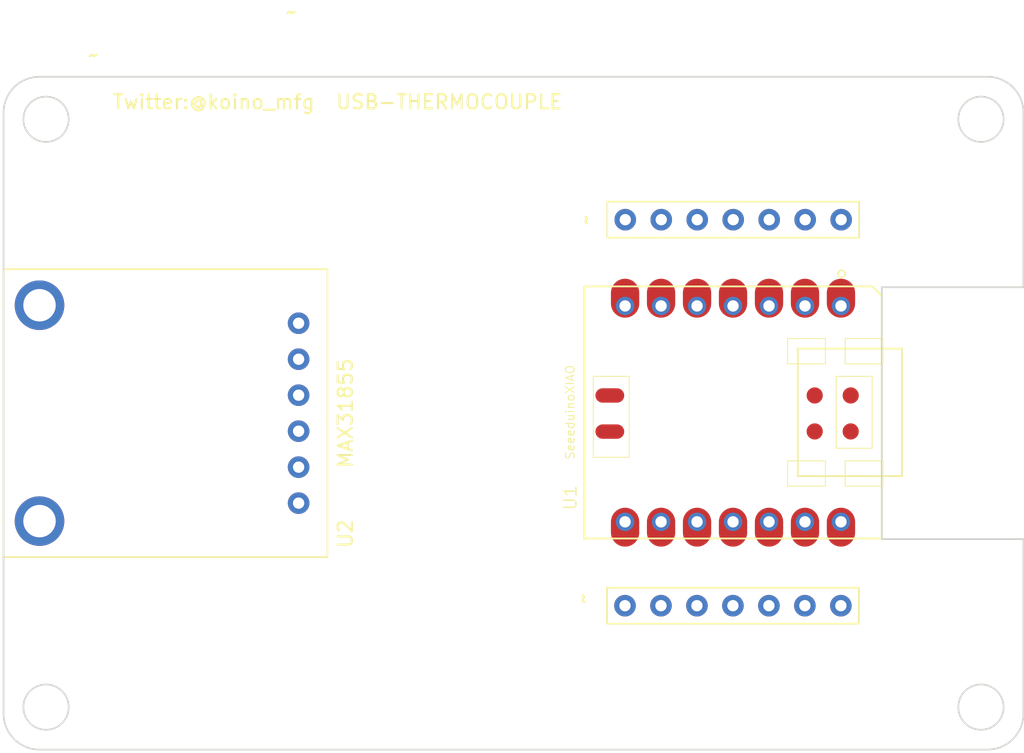
<source format=kicad_pcb>
(kicad_pcb (version 20211014) (generator pcbnew)
  (layers (0 "F.Cu" signal) (31 "B.Cu" signal) (34 "B.Paste" user) (35 "F.Paste" user) (36 "B.SilkS" user "B.Silkscreen") (37 "F.SilkS" user "F.Silkscreen") (38 "B.Mask" user) (39 "F.Mask" user) (44 "Edge.Cuts" user))
  (net 0 "")
  (net 1 "GND")
  (net 2 "Net-(U1-Pad4)")
  (net 3 "Net-(U1-Pad5)")
  (net 4 "Net-(U1-Pad6)")
  (net 5 "Net-(U1-Pad2)")
  (net 6 "Net-(U1-Pad7)")
  (net 7 "Net-(U1-Pad3)")
  (net 8 "Net-(U1-Pad1)")
  (net 15 "Net-(U1-Pad8)")
  (net 16 "Net-(U1-Pad9)")
  (net 17 "Net-(U1-Pad10)")
  (net 18 "Net-(U1-Pad11)")
  (net 19 "Net-(U1-Pad12)")
  (net 20 "Net-(U1-Pad14)")
  (footprint "KICAD_MYLIB:signature_koino" (layer "F.Cu") (at 17.78 -48.26)
    (fp_text reference "~" (at 2.54 -3.81) (layer "F.SilkS"))
    (fp_text value "signature_koino")
    (fp_text user "Twitter:@koino_mfg  USB-THERMOCOUPLE" (at -10.16 2.54) (layer "F.SilkS") (effects (justify left)))
  )
  (footprint "KICAD_MYLIB:PinHeader_XIAO" (layer "F.Cu") (at 60.4 -36.14 90)
    (fp_text reference "~" (at 1.27 -19.292 90) (layer "F.SilkS"))
    (fp_text value "~")
    (fp_line (start 0 0) (end 2.54 0) (layer "F.SilkS") (width 0.12))
    (fp_line (start 2.54 0) (end 2.54 -17.78) (layer "F.SilkS") (width 0.12))
    (fp_line (start 2.54 -17.78) (end 0 -17.78) (layer "F.SilkS") (width 0.12))
    (fp_line (start 0 -17.78) (end 0 0) (layer "F.SilkS") (width 0.12))
    (pad "1" thru_hole circle locked (at 1.27 -1.27 90) (size 1.524 1.524) (drill 0.8) (layers *.Cu *.Mask) (net 8 "Net-(U1-Pad1)"))
    (pad "2" thru_hole circle locked (at 1.27 -3.81 90) (size 1.524 1.524) (drill 0.8) (layers *.Cu *.Mask) (net 5 "Net-(U1-Pad2)"))
    (pad "3" thru_hole circle locked (at 1.27 -6.35 90) (size 1.524 1.524) (drill 0.8) (layers *.Cu *.Mask) (net 7 "Net-(U1-Pad3)"))
    (pad "4" thru_hole circle locked (at 1.27 -8.89 90) (size 1.524 1.524) (drill 0.8) (layers *.Cu *.Mask) (net 2 "Net-(U1-Pad4)"))
    (pad "5" thru_hole circle locked (at 1.27 -11.43 90) (size 1.524 1.524) (drill 0.8) (layers *.Cu *.Mask) (net 3 "Net-(U1-Pad5)"))
    (pad "6" thru_hole circle locked (at 1.27 -13.97 90) (size 1.524 1.524) (drill 0.8) (layers *.Cu *.Mask) (net 4 "Net-(U1-Pad6)"))
    (pad "7" thru_hole circle locked (at 1.27 -16.51 90) (size 1.524 1.524) (drill 0.8) (layers *.Cu *.Mask) (net 6 "Net-(U1-Pad7)"))
  )
  (footprint "KICAD_MYLIB:akizuki_C_plate" (layer "F.Cu") (at 0 0)
    (fp_text reference "~" (at 6.35 -49.03) (layer "F.SilkS"))
    (fp_text value "akizuki_C_plate")
    (fp_line (start 72 -32.64) (end 72 -44.96) (layer "Edge.Cuts") (width 0.12))
    (fp_line (start 62 -32.64) (end 72 -32.64) (layer "Edge.Cuts") (width 0.12))
    (fp_line (start 62 -14.86) (end 72 -14.86) (layer "Edge.Cuts") (width 0.12))
    (fp_line (start 2.54 0) (end 69.46 0) (layer "Edge.Cuts") (width 0.12))
    (fp_line (start 0 -2.54) (end 0 -44.96) (layer "Edge.Cuts") (width 0.12))
    (fp_line (start 72 -2.54) (end 72 -14.86) (layer "Edge.Cuts") (width 0.12))
    (fp_line (start 2.54 -47.5) (end 69.46 -47.5) (layer "Edge.Cuts") (width 0.12))
    (fp_line (start 62 -32.64) (end 62 -14.86) (layer "Edge.Cuts") (width 0.12))
    (fp_arc (start 72 -2.54) (mid 71.256051 -0.743949) (end 69.46 0) (layer "Edge.Cuts") (width 0.12))
    (fp_arc (start 69.46 -47.5) (mid 71.256051 -46.756051) (end 72 -44.96) (layer "Edge.Cuts") (width 0.12))
    (fp_arc (start 0 -44.96) (mid 0.743949 -46.756051) (end 2.54 -47.5) (layer "Edge.Cuts") (width 0.12))
    (fp_arc (start 2.54 0) (mid 0.743949 -0.743949) (end 0 -2.54) (layer "Edge.Cuts") (width 0.12))
    (fp_circle (center 3 -44.5) (end 4.6 -44.5) (layer "Edge.Cuts") (width 0.12) (fill none))
    (fp_circle (center 69 -44.5) (end 70.6 -44.5) (layer "Edge.Cuts") (width 0.12) (fill none))
    (fp_circle (center 3 -3) (end 4.6 -3) (layer "Edge.Cuts") (width 0.12) (fill none))
    (fp_circle (center 69 -3) (end 70.6 -3) (layer "Edge.Cuts") (width 0.12) (fill none))
  )
  (footprint "KICAD_MYLIB:SeeedXIAO" (layer "F.Cu") (at 41 -32.7 -90)
    (fp_text reference "U1" (at 14.92 1 -90) (layer "F.SilkS") (effects (font (size 0.889 0.889) (thickness 0.1016))))
    (fp_text value "SeeeduinoXIAO" (at 8.89 1 -90) (layer "F.SilkS") (effects (font (size 0.6096 0.6096) (thickness 0.0762))))
    (fp_line (start 3.683 -14.34846) (end 3.683 -17.018) (layer "F.SilkS") (width 0.06604))
    (fp_line (start 4.39928 -22.42312) (end 13.39342 -22.42312) (layer "F.SilkS") (width 0.127))
    (fp_line (start 13.39342 -15.06982) (end 4.3942 -15.06982) (layer "F.SilkS") (width 0.127))
    (fp_line (start 12.319 -21.082) (end 14.097 -21.082) (layer "F.SilkS") (width 0.06604))
    (fp_line (start 6.35 -3.175) (end 12.065 -3.175) (layer "F.SilkS") (width 0.06604))
    (fp_line (start 11.43 -17.78) (end 11.43 -20.32) (layer "F.SilkS") (width 0.06604))
    (fp_line (start 17.79778 0) (end 17.79778 -20.99818) (layer "F.SilkS") (width 0.127))
    (fp_line (start 6.35 -17.78) (end 6.35 -20.32) (layer "F.SilkS") (width 0.06604))
    (fp_line (start 3.683 -14.34846) (end 5.461 -14.34846) (layer "F.SilkS") (width 0.06604))
    (fp_line (start 0.67056 -20.99818) (end 0 -20.32762) (layer "F.SilkS") (width 0.127))
    (fp_line (start 6.35 -17.78) (end 11.43 -17.78) (layer "F.SilkS") (width 0.06604))
    (fp_line (start 14.097 -14.34846) (end 14.097 -17.018) (layer "F.SilkS") (width 0.06604))
    (fp_line (start 3.683 -18.415) (end 3.683 -21.082) (layer "F.SilkS") (width 0.06604))
    (fp_line (start 6.35 -0.635) (end 6.35 -3.175) (layer "F.SilkS") (width 0.06604))
    (fp_line (start 12.319 -14.34846) (end 14.097 -14.34846) (layer "F.SilkS") (width 0.06604))
    (fp_line (start 6.35 -0.635) (end 12.065 -0.635) (layer "F.SilkS") (width 0.06604))
    (fp_line (start 14.097 -18.415) (end 14.097 -21.082) (layer "F.SilkS") (width 0.06604))
    (fp_line (start 5.461 -14.34846) (end 5.461 -17.018) (layer "F.SilkS") (width 0.06604))
    (fp_line (start 0 -20.32762) (end 0 0) (layer "F.SilkS") (width 0.127))
    (fp_line (start 12.319 -14.34846) (end 12.319 -17.018) (layer "F.SilkS") (width 0.06604))
    (fp_line (start 3.683 -21.082) (end 5.461 -21.082) (layer "F.SilkS") (width 0.06604))
    (fp_line (start 5.461 -18.415) (end 5.461 -21.082) (layer "F.SilkS") (width 0.06604))
    (fp_line (start 13.39342 -22.42312) (end 13.39342 -15.06982) (layer "F.SilkS") (width 0.127))
    (fp_line (start 12.319 -18.415) (end 14.097 -18.415) (layer "F.SilkS") (width 0.06604))
    (fp_line (start 0 0) (end 17.79778 0) (layer "F.SilkS") (width 0.127))
    (fp_line (start 4.3942 -15.06982) (end 4.3942 -22.42312) (layer "F.SilkS") (width 0.127))
    (fp_line (start 6.35 -20.32) (end 11.43 -20.32) (layer "F.SilkS") (width 0.06604))
    (fp_line (start 12.319 -18.415) (end 12.319 -21.082) (layer "F.SilkS") (width 0.06604))
    (fp_line (start 12.319 -17.018) (end 14.097 -17.018) (layer "F.SilkS") (width 0.06604))
    (fp_line (start 12.065 -0.635) (end 12.065 -3.175) (layer "F.SilkS") (width 0.06604))
    (fp_line (start 17.79778 -20.99818) (end 0.67056 -20.99818) (layer "F.SilkS") (width 0.127))
    (fp_line (start 3.683 -17.018) (end 5.461 -17.018) (layer "F.SilkS") (width 0.06604))
    (fp_line (start 3.683 -18.415) (end 5.461 -18.415) (layer "F.SilkS") (width 0.06604))
    (fp_circle (center -0.889 -18.161) (end -0.889 -18.415) (layer "F.SilkS") (width 0.1) (fill none))
    (pad "1" thru_hole circle locked (at 1.38 -18.118 270) (size 1.3 1.3) (drill 0.8) (layers *.Cu *.Mask) (net 8 "Net-(U1-Pad1)"))
    (pad "1" smd oval locked (at 0.83312 -18.11782 270) (size 2.74828 1.99898) (layers "F.Cu" "F.Paste" "F.Mask") (net 8 "Net-(U1-Pad1)"))
    (pad "2" thru_hole circle locked (at 1.38 -15.578 270) (size 1.3 1.3) (drill 0.8) (layers *.Cu *.Mask) (net 5 "Net-(U1-Pad2)"))
    (pad "2" smd oval locked (at 0.83312 -15.57782 270) (size 2.74828 1.99898) (layers "F.Cu" "F.Paste" "F.Mask") (net 5 "Net-(U1-Pad2)"))
    (pad "3" smd oval locked (at 0.83312 -13.03782 270) (size 2.74828 1.99898) (layers "F.Cu" "F.Paste" "F.Mask") (net 7 "Net-(U1-Pad3)"))
    (pad "3" thru_hole circle locked (at 1.38 -13.038 270) (size 1.3 1.3) (drill 0.8) (layers *.Cu *.Mask) (net 7 "Net-(U1-Pad3)"))
    (pad "4" smd oval locked (at 0.83312 -10.49782 270) (size 2.74828 1.99898) (layers "F.Cu" "F.Paste" "F.Mask") (net 2 "Net-(U1-Pad4)"))
    (pad "4" thru_hole circle locked (at 1.38 -10.498 270) (size 1.3 1.3) (drill 0.8) (layers *.Cu *.Mask) (net 2 "Net-(U1-Pad4)"))
    (pad "5" smd oval locked (at 0.83312 -7.95782 270) (size 2.74828 1.99898) (layers "F.Cu" "F.Paste" "F.Mask") (net 3 "Net-(U1-Pad5)"))
    (pad "5" thru_hole circle locked (at 1.38 -7.958 270) (size 1.3 1.3) (drill 0.8) (layers *.Cu *.Mask) (net 3 "Net-(U1-Pad5)"))
    (pad "6" smd oval locked (at 0.83312 -5.41782 270) (size 2.74828 1.99898) (layers "F.Cu" "F.Paste" "F.Mask") (net 4 "Net-(U1-Pad6)"))
    (pad "6" thru_hole circle locked (at 1.38 -5.418 270) (size 1.3 1.3) (drill 0.8) (layers *.Cu *.Mask) (net 4 "Net-(U1-Pad6)"))
    (pad "7" smd oval locked (at 0.83312 -2.87782 270) (size 2.74828 1.99898) (layers "F.Cu" "F.Paste" "F.Mask") (net 6 "Net-(U1-Pad7)"))
    (pad "7" thru_hole circle locked (at 1.38 -2.878 270) (size 1.3 1.3) (drill 0.8) (layers *.Cu *.Mask) (net 6 "Net-(U1-Pad7)"))
    (pad "8" thru_hole circle locked (at 16.62 -2.877 270) (size 1.3 1.3) (drill 0.8) (layers *.Cu *.Mask) (net 15 "Net-(U1-Pad8)"))
    (pad "8" smd oval locked (at 16.99768 -2.87782 270) (size 2.74828 1.99898) (layers "F.Cu" "F.Paste" "F.Mask") (net 15 "Net-(U1-Pad8)"))
    (pad "9" thru_hole circle locked (at 16.62 -5.417 270) (size 1.3 1.3) (drill 0.8) (layers *.Cu *.Mask) (net 16 "Net-(U1-Pad9)"))
    (pad "9" smd oval locked (at 16.99768 -5.41782 270) (size 2.74828 1.99898) (layers "F.Cu" "F.Paste" "F.Mask") (net 16 "Net-(U1-Pad9)"))
    (pad "10" thru_hole circle locked (at 16.62 -7.957 270) (size 1.3 1.3) (drill 0.8) (layers *.Cu *.Mask) (net 17 "Net-(U1-Pad10)"))
    (pad "10" smd oval locked (at 16.99768 -7.95782 270) (size 2.74828 1.99898) (layers "F.Cu" "F.Paste" "F.Mask") (net 17 "Net-(U1-Pad10)"))
    (pad "11" thru_hole circle locked (at 16.62 -10.497 270) (size 1.3 1.3) (drill 0.8) (layers *.Cu *.Mask) (net 18 "Net-(U1-Pad11)"))
    (pad "11" smd oval locked (at 16.99768 -10.49782 270) (size 2.74828 1.99898) (layers "F.Cu" "F.Paste" "F.Mask") (net 18 "Net-(U1-Pad11)"))
    (pad "12" thru_hole circle locked (at 16.62 -13.037 270) (size 1.3 1.3) (drill 0.8) (layers *.Cu *.Mask) (net 19 "Net-(U1-Pad12)"))
    (pad "12" smd oval locked (at 16.99768 -13.03782 270) (size 2.74828 1.99898) (layers "F.Cu" "F.Paste" "F.Mask") (net 19 "Net-(U1-Pad12)"))
    (pad "13" smd oval locked (at 16.99768 -15.57782 270) (size 2.74828 1.99898) (layers "F.Cu" "F.Paste" "F.Mask") (net 1 "GND"))
    (pad "13" thru_hole circle locked (at 16.62 -15.577 270) (size 1.3 1.3) (drill 0.8) (layers *.Cu *.Mask) (net 1 "GND"))
    (pad "14" smd oval locked (at 16.99768 -18.11782 270) (size 2.74828 1.99898) (layers "F.Cu" "F.Paste" "F.Mask") (net 20 "Net-(U1-Pad14)"))
    (pad "14" thru_hole circle locked (at 16.62 -18.117 270) (size 1.3 1.3) (drill 0.8) (layers *.Cu *.Mask) (net 20 "Net-(U1-Pad14)"))
    (pad "15" smd oval locked (at 7.7 -1.8) (size 2.032 1.016) (layers "F.Cu" "F.Paste" "F.Mask"))
    (pad "16" smd oval locked (at 10.25 -1.8) (size 2.032 1.016) (layers "F.Cu" "F.Paste" "F.Mask"))
    (pad "17" smd circle locked (at 7.698803 -18.804187) (size 1.143 1.143) (layers "F.Cu" "F.Paste" "F.Mask"))
    (pad "18" smd circle locked (at 10.238803 -18.804187) (size 1.143 1.143) (layers "F.Cu" "F.Paste" "F.Mask"))
    (pad "19" smd circle locked (at 7.698803 -16.264187) (size 1.143 1.143) (layers "F.Cu" "F.Paste" "F.Mask"))
    (pad "20" smd circle locked (at 10.238803 -16.264187) (size 1.143 1.143) (layers "F.Cu" "F.Paste" "F.Mask"))
  )
  (footprint "KICAD_MYLIB:ADA_MAX31855" (layer "F.Cu") (at 22.86 -13.59 90)
    (fp_text reference "U2" (at 1.65 1.27 90 unlocked) (layer "F.SilkS"))
    (fp_text value "ADA_MAX31855")
    (fp_text user "MAX31855" (at 10.16 1.27 90 unlocked) (layer "F.SilkS"))
    (fp_rect (start 0 -22.86) (end 20.32 0) (layer "F.SilkS") (width 0.12) (fill none))
    (pad "1" thru_hole circle (at 3.81 -2.03 90) (size 1.524 1.524) (drill 0.8) (layers *.Cu *.Mask))
    (pad "2" thru_hole circle (at 6.35 -2.03 90) (size 1.524 1.524) (drill 0.8) (layers *.Cu *.Mask) (net 19 "Net-(U1-Pad12)"))
    (pad "3" thru_hole circle (at 8.89 -2.03 90) (size 1.524 1.524) (drill 0.8) (layers *.Cu *.Mask) (net 1 "GND"))
    (pad "4" thru_hole circle (at 11.43 -2.03 90) (size 1.524 1.524) (drill 0.8) (layers *.Cu *.Mask) (net 5 "Net-(U1-Pad2)"))
    (pad "5" thru_hole circle (at 13.97 -2.03 90) (size 1.524 1.524) (drill 0.8) (layers *.Cu *.Mask) (net 7 "Net-(U1-Pad3)"))
    (pad "6" thru_hole circle (at 16.51 -2.03 90) (size 1.524 1.524) (drill 0.8) (layers *.Cu *.Mask) (net 2 "Net-(U1-Pad4)"))
    (pad "7" thru_hole circle (at 2.54 -20.32 90) (size 3.5 3.5) (drill 2.29) (layers *.Cu *.Mask))
    (pad "8" thru_hole circle (at 17.78 -20.32 90) (size 3.5 3.5) (drill 2.29) (layers *.Cu *.Mask))
  )
  (footprint "KICAD_MYLIB:PinHeader_XIAO" (layer "F.Cu") (at 42.6 -11.43 -90)
    (fp_text reference "~" (at 0.74162 1.702 90) (layer "F.SilkS"))
    (fp_text value "~")
    (fp_line (start 0 0) (end 2.54 0) (layer "F.SilkS") (width 0.12))
    (fp_line (start 0 -17.78) (end 0 0) (layer "F.SilkS") (width 0.12))
    (fp_line (start 2.54 0) (end 2.54 -17.78) (layer "F.SilkS") (width 0.12))
    (fp_line (start 2.54 -17.78) (end 0 -17.78) (layer "F.SilkS") (width 0.12))
    (pad "1" thru_hole circle locked (at 1.27 -1.27 270) (size 1.524 1.524) (drill 0.8) (layers *.Cu *.Mask) (net 15 "Net-(U1-Pad8)"))
    (pad "2" thru_hole circle locked (at 1.27 -3.81 270) (size 1.524 1.524) (drill 0.8) (layers *.Cu *.Mask) (net 16 "Net-(U1-Pad9)"))
    (pad "3" thru_hole circle locked (at 1.27 -6.35 270) (size 1.524 1.524) (drill 0.8) (layers *.Cu *.Mask) (net 17 "Net-(U1-Pad10)"))
    (pad "4" thru_hole circle locked (at 1.27 -8.89 270) (size 1.524 1.524) (drill 0.8) (layers *.Cu *.Mask) (net 18 "Net-(U1-Pad11)"))
    (pad "5" thru_hole circle locked (at 1.27 -11.43 270) (size 1.524 1.524) (drill 0.8) (layers *.Cu *.Mask) (net 19 "Net-(U1-Pad12)"))
    (pad "6" thru_hole circle locked (at 1.27 -13.97 270) (size 1.524 1.524) (drill 0.8) (layers *.Cu *.Mask) (net 1 "GND"))
    (pad "7" thru_hole circle locked (at 1.27 -16.51 270) (size 1.524 1.524) (drill 0.8) (layers *.Cu *.Mask) (net 20 "Net-(U1-Pad14)"))
  )
)
</source>
